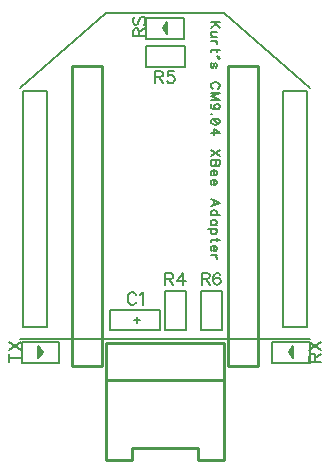
<source format=gto>
G04 DipTrace 3.2.0.1*
G04 xbee_jst_opl.gto*
%MOIN*%
G04 #@! TF.FileFunction,Legend,Top*
G04 #@! TF.Part,Single*
%ADD10C,0.009843*%
%ADD14C,0.01*%
%ADD16C,0.008*%
%ADD19C,0.005*%
%ADD46C,0.006176*%
%ADD47C,0.007*%
%FSLAX26Y26*%
G04*
G70*
G90*
G75*
G01*
G04 TopSilk*
%LPD*%
X905886Y843701D2*
D19*
X740886D1*
Y908701D1*
X905886D1*
Y843701D1*
X840893Y876201D2*
X820878D1*
X830894Y886198D2*
Y866204D1*
X1233386Y1723701D2*
D10*
X1133386D1*
X1233386Y723701D2*
Y1723701D1*
Y723701D2*
X1133386D1*
Y798701D1*
Y1723701D1*
X613386Y723701D2*
X713386D1*
X613386Y1723701D2*
Y723701D1*
Y1723701D2*
X713386D1*
Y1648701D1*
Y723701D1*
X1120236Y699334D2*
D19*
Y778066D1*
Y407986D2*
D14*
Y675715D1*
Y797750D1*
X726536Y675715D2*
Y797750D1*
Y675715D2*
Y407986D1*
X1120236Y797750D2*
X726536D1*
X1120236Y675715D2*
X726536D1*
X1120236Y407986D2*
X1033622D1*
Y447352D1*
X813150D1*
Y407986D1*
X726536D1*
X450945Y1640197D2*
D19*
X529685D1*
Y852795D1*
X450945D1*
Y1640197D1*
X1395827Y852795D2*
X1317087D1*
Y1640197D1*
X1395827D1*
Y852795D1*
X993386Y843701D2*
X923386D1*
Y973701D1*
X993386D1*
Y843701D1*
X858386Y1718701D2*
Y1788701D1*
X988386D1*
Y1718701D1*
X858386D1*
X1112135Y843701D2*
X1042135D1*
Y973701D1*
X1112135D1*
Y843701D1*
X860886Y1813701D2*
Y1883701D1*
X985886D1*
Y1813701D1*
X860886D1*
X930886Y1828702D2*
Y1838698D1*
Y1848701D1*
Y1858704D1*
Y1868700D1*
X923386Y1858704D1*
X915886Y1848701D1*
X930886Y1828702D1*
X918386Y1851200D1*
X930886Y1838698D1*
X920886Y1853699D1*
X930886Y1848701D1*
X923386Y1858704D1*
X930886D1*
X1280886Y733701D2*
Y803701D1*
X1405886D1*
Y733701D1*
X1280886D1*
X1350886Y748702D2*
Y758698D1*
Y768701D1*
Y778704D1*
Y788700D1*
X1343386Y778704D1*
X1335886Y768701D1*
X1350886Y748702D1*
X1338386Y771200D1*
X1350886Y758698D1*
X1340886Y773699D1*
X1350886Y768701D1*
X1343386Y778704D1*
X1350886D1*
X570886Y803701D2*
Y733701D1*
X445886D1*
Y803701D1*
X570886D1*
X500886Y788700D2*
Y778704D1*
Y768701D1*
Y758698D1*
Y748702D1*
X508386Y758698D1*
X515886Y768701D1*
X500886Y788700D1*
X513386Y766202D1*
X500886Y778704D1*
X510886Y763703D1*
X500886Y768701D1*
X508386Y758698D1*
X500886D1*
X726518Y1900040D2*
D16*
X1120254D1*
X441104Y1650029D2*
X726518Y1900040D1*
X1405668Y1650029D2*
X1120254Y1900040D1*
X441104Y813375D2*
X1405668D1*
X826761Y957729D2*
D46*
X824860Y961531D1*
X821013Y965378D1*
X817210Y967279D1*
X809561D1*
X805714Y965378D1*
X801912Y961531D1*
X799966Y957729D1*
X798065Y951981D1*
Y942386D1*
X799966Y936682D1*
X801912Y932835D1*
X805714Y929033D1*
X809561Y927087D1*
X817210D1*
X821013Y929033D1*
X824860Y932835D1*
X826761Y936682D1*
X839112Y959586D2*
X842959Y961531D1*
X848707Y967235D1*
Y927087D1*
X924465Y1013134D2*
X941665D1*
X947413Y1015080D1*
X949358Y1016981D1*
X951260Y1020783D1*
Y1024630D1*
X949358Y1028433D1*
X947413Y1030378D1*
X941665Y1032279D1*
X924465D1*
Y992087D1*
X937862Y1013134D2*
X951260Y992087D1*
X982756D2*
Y1032235D1*
X963611Y1005485D1*
X992307D1*
X890416Y1685989D2*
X907616D1*
X913364Y1687934D1*
X915309Y1689835D1*
X917210Y1693638D1*
Y1697485D1*
X915309Y1701287D1*
X913364Y1703233D1*
X907616Y1705134D1*
X890416D1*
Y1664942D1*
X903813Y1685989D2*
X917210Y1664942D1*
X952510Y1705090D2*
X933408D1*
X931507Y1687890D1*
X933408Y1689791D1*
X939157Y1691737D1*
X944860D1*
X950608Y1689791D1*
X954455Y1685989D1*
X956356Y1680241D1*
Y1676438D1*
X954455Y1670690D1*
X950608Y1666843D1*
X944860Y1664942D1*
X939157D1*
X933408Y1666843D1*
X931507Y1668789D1*
X929562Y1672591D1*
X1045138Y1013134D2*
X1062338D1*
X1068086Y1015080D1*
X1070031Y1016981D1*
X1071932Y1020783D1*
Y1024630D1*
X1070031Y1028433D1*
X1068086Y1030378D1*
X1062338Y1032279D1*
X1045138D1*
Y992087D1*
X1058535Y1013134D2*
X1071932Y992087D1*
X1107232Y1026531D2*
X1105330Y1030334D1*
X1099582Y1032235D1*
X1095780D1*
X1090032Y1030334D1*
X1086185Y1024586D1*
X1084284Y1015035D1*
Y1005485D1*
X1086185Y997835D1*
X1090032Y993989D1*
X1095780Y992087D1*
X1097681D1*
X1103385Y993989D1*
X1107232Y997835D1*
X1109133Y1003584D1*
Y1005485D1*
X1107232Y1011233D1*
X1103385Y1015035D1*
X1097681Y1016937D1*
X1095780D1*
X1090032Y1015035D1*
X1086185Y1011233D1*
X1084284Y1005485D1*
X836453Y1820731D2*
Y1837931D1*
X834508Y1843679D1*
X832606Y1845624D1*
X828804Y1847525D1*
X824957D1*
X821154Y1845624D1*
X819209Y1843679D1*
X817308Y1837931D1*
Y1820731D1*
X857500D1*
X836453Y1834128D2*
X857500Y1847525D1*
X823056Y1886671D2*
X819209Y1882869D1*
X817308Y1877121D1*
Y1869472D1*
X819209Y1863724D1*
X823056Y1859877D1*
X826858D1*
X830705Y1861822D1*
X832606Y1863724D1*
X834508Y1867526D1*
X838354Y1879022D1*
X840256Y1882869D1*
X842201Y1884770D1*
X846004Y1886671D1*
X851752D1*
X855554Y1882869D1*
X857500Y1877121D1*
Y1869472D1*
X855554Y1863723D1*
X851752Y1859877D1*
X1423598Y735731D2*
Y752931D1*
X1421653Y758679D1*
X1419752Y760624D1*
X1415949Y762525D1*
X1412102D1*
X1408300Y760624D1*
X1406354Y758679D1*
X1404453Y752931D1*
Y735731D1*
X1444645D1*
X1423598Y749128D2*
X1444645Y762525D1*
X1404453Y774877D2*
X1444645Y801671D1*
X1404453D2*
X1444645Y774877D1*
X402308Y749128D2*
X442500D1*
X402308Y735731D2*
Y762525D1*
Y774877D2*
X442500Y801671D1*
X402308D2*
X442500Y774877D1*
X1105991Y1869688D2*
D47*
X1075847D1*
X1105991Y1849592D2*
X1085895Y1869688D1*
X1093091Y1862525D2*
X1075847Y1849592D1*
X1095943Y1835592D2*
X1081584D1*
X1077306Y1834166D1*
X1075847Y1831281D1*
Y1826970D1*
X1077306Y1824118D1*
X1081584Y1819807D1*
X1095943D2*
X1075847D1*
X1095943Y1805807D2*
X1075847D1*
X1087321D2*
X1091632Y1804348D1*
X1094517Y1801496D1*
X1095943Y1798611D1*
Y1794300D1*
X1105991Y1775989D2*
X1081584D1*
X1077306Y1774563D1*
X1075847Y1771678D1*
Y1768826D1*
X1095943Y1780300D2*
Y1770252D1*
X1105958Y1747630D2*
X1097336Y1754826D1*
X1104532Y1746204D1*
X1105958Y1747630D1*
X1091632Y1716419D2*
X1094517Y1717845D1*
X1095943Y1722156D1*
Y1726467D1*
X1094517Y1730778D1*
X1091632Y1732204D1*
X1088780Y1730778D1*
X1087321Y1727893D1*
X1085895Y1720730D1*
X1084469Y1717845D1*
X1081584Y1716419D1*
X1080158D1*
X1077306Y1717845D1*
X1075847Y1722156D1*
Y1726467D1*
X1077306Y1730778D1*
X1080158Y1732204D1*
X1098828Y1647000D2*
X1101680Y1648426D1*
X1104565Y1651311D1*
X1105991Y1654163D1*
Y1659900D1*
X1104565Y1662785D1*
X1101680Y1665637D1*
X1098828Y1667096D1*
X1094517Y1668522D1*
X1087321D1*
X1083043Y1667096D1*
X1080158Y1665637D1*
X1077306Y1662785D1*
X1075847Y1659900D1*
Y1654163D1*
X1077306Y1651311D1*
X1080158Y1648426D1*
X1083043Y1647000D1*
X1075847Y1610052D2*
X1105991D1*
X1075847Y1621526D1*
X1105991Y1633000D1*
X1075847D1*
X1095943Y1577382D2*
X1091632Y1578841D1*
X1088747Y1581693D1*
X1087321Y1586004D1*
Y1587430D1*
X1088747Y1591741D1*
X1091632Y1594593D1*
X1095943Y1596052D1*
X1097369D1*
X1101680Y1594593D1*
X1104532Y1591741D1*
X1105958Y1587430D1*
Y1586004D1*
X1104532Y1581693D1*
X1101680Y1578841D1*
X1095943Y1577382D1*
X1088747D1*
X1081584Y1578841D1*
X1077273Y1581693D1*
X1075847Y1586004D1*
Y1588856D1*
X1077273Y1593167D1*
X1080158Y1594593D1*
X1078732Y1561956D2*
X1077273Y1563382D1*
X1075847Y1561956D1*
X1077273Y1560497D1*
X1078732Y1561956D1*
X1105958Y1537875D2*
X1104532Y1542186D1*
X1100221Y1545071D1*
X1093058Y1546497D1*
X1088747D1*
X1081584Y1545071D1*
X1077273Y1542186D1*
X1075847Y1537875D1*
Y1535023D1*
X1077273Y1530712D1*
X1081584Y1527860D1*
X1088747Y1526401D1*
X1093058D1*
X1100221Y1527860D1*
X1104532Y1530712D1*
X1105958Y1535023D1*
Y1537875D1*
X1100221Y1527860D2*
X1081584Y1545071D1*
X1075847Y1498042D2*
X1105958D1*
X1085895Y1512401D1*
Y1490879D1*
X1105991Y1442982D2*
X1075847Y1422886D1*
X1105991D2*
X1075847Y1442982D1*
X1105991Y1408886D2*
X1075847D1*
Y1395953D1*
X1077306Y1391642D1*
X1078732Y1390216D1*
X1081584Y1388790D1*
X1085895D1*
X1088780Y1390216D1*
X1090206Y1391642D1*
X1091632Y1395953D1*
X1093091Y1391642D1*
X1094517Y1390216D1*
X1097369Y1388790D1*
X1100254D1*
X1103106Y1390216D1*
X1104565Y1391642D1*
X1105991Y1395953D1*
Y1408886D1*
X1091632D2*
Y1395953D1*
X1087321Y1374790D2*
Y1357579D1*
X1090206D1*
X1093091Y1359005D1*
X1094517Y1360431D1*
X1095943Y1363316D1*
Y1367627D1*
X1094517Y1370479D1*
X1091632Y1373364D1*
X1087321Y1374790D1*
X1084469D1*
X1080158Y1373364D1*
X1077306Y1370479D1*
X1075847Y1367627D1*
Y1363316D1*
X1077306Y1360431D1*
X1080158Y1357579D1*
X1087321Y1343579D2*
Y1326368D1*
X1090206D1*
X1093091Y1327794D1*
X1094517Y1329220D1*
X1095943Y1332105D1*
Y1336416D1*
X1094517Y1339268D1*
X1091632Y1342153D1*
X1087321Y1343579D1*
X1084469D1*
X1080158Y1342153D1*
X1077306Y1339268D1*
X1075847Y1336416D1*
Y1332105D1*
X1077306Y1329220D1*
X1080158Y1326368D1*
X1075847Y1255490D2*
X1105991Y1266997D1*
X1075847Y1278471D1*
X1085895Y1274160D2*
Y1259801D1*
X1105991Y1224279D2*
X1075847D1*
X1091632D2*
X1094517Y1227131D1*
X1095943Y1230016D1*
Y1234327D1*
X1094517Y1237179D1*
X1091632Y1240064D1*
X1087321Y1241490D1*
X1084469D1*
X1080158Y1240064D1*
X1077306Y1237179D1*
X1075847Y1234327D1*
Y1230016D1*
X1077306Y1227131D1*
X1080158Y1224279D1*
X1095943Y1193068D2*
X1075847D1*
X1091632D2*
X1094517Y1195920D1*
X1095943Y1198805D1*
Y1203083D1*
X1094517Y1205968D1*
X1091632Y1208820D1*
X1087321Y1210279D1*
X1084469D1*
X1080158Y1208820D1*
X1077306Y1205968D1*
X1075847Y1203083D1*
Y1198805D1*
X1077306Y1195920D1*
X1080158Y1193068D1*
X1095943Y1179068D2*
X1065799D1*
X1091632D2*
X1094484Y1176183D1*
X1095943Y1173331D1*
Y1169020D1*
X1094484Y1166135D1*
X1091632Y1163283D1*
X1087321Y1161824D1*
X1084436D1*
X1080158Y1163283D1*
X1077273Y1166135D1*
X1075847Y1169020D1*
Y1173331D1*
X1077273Y1176183D1*
X1080158Y1179068D1*
X1105991Y1143513D2*
X1081584D1*
X1077306Y1142087D1*
X1075847Y1139202D1*
Y1136350D1*
X1095943Y1147824D2*
Y1137776D1*
X1087321Y1122350D2*
Y1105139D1*
X1090206D1*
X1093091Y1106565D1*
X1094517Y1107991D1*
X1095943Y1110876D1*
Y1115187D1*
X1094517Y1118039D1*
X1091632Y1120924D1*
X1087321Y1122350D1*
X1084469D1*
X1080158Y1120924D1*
X1077306Y1118039D1*
X1075847Y1115187D1*
Y1110876D1*
X1077306Y1107991D1*
X1080158Y1105139D1*
X1095943Y1091139D2*
X1075847D1*
X1087321D2*
X1091632Y1089680D1*
X1094517Y1086828D1*
X1095943Y1083943D1*
Y1079632D1*
M02*

</source>
